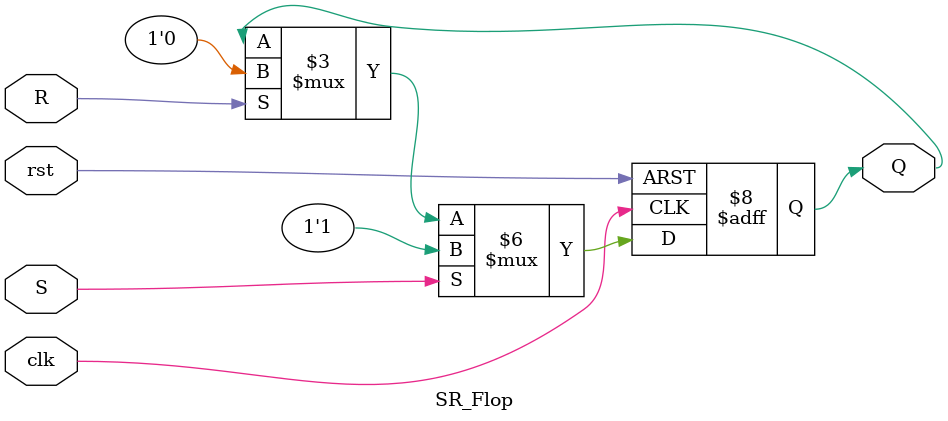
<source format=v>
`timescale 1ns / 1ps


module SR_Flop(
    input       clk,
    input       rst,
    input       S,
    input       R,
    output  reg Q
    );
    
    always @(posedge clk, posedge rst)
        if(rst)     Q <= 1'b0;
        else if(S)  Q <= 1'b1;
        else if(R)  Q <= 1'b0;
        else        Q <= Q;
endmodule

</source>
